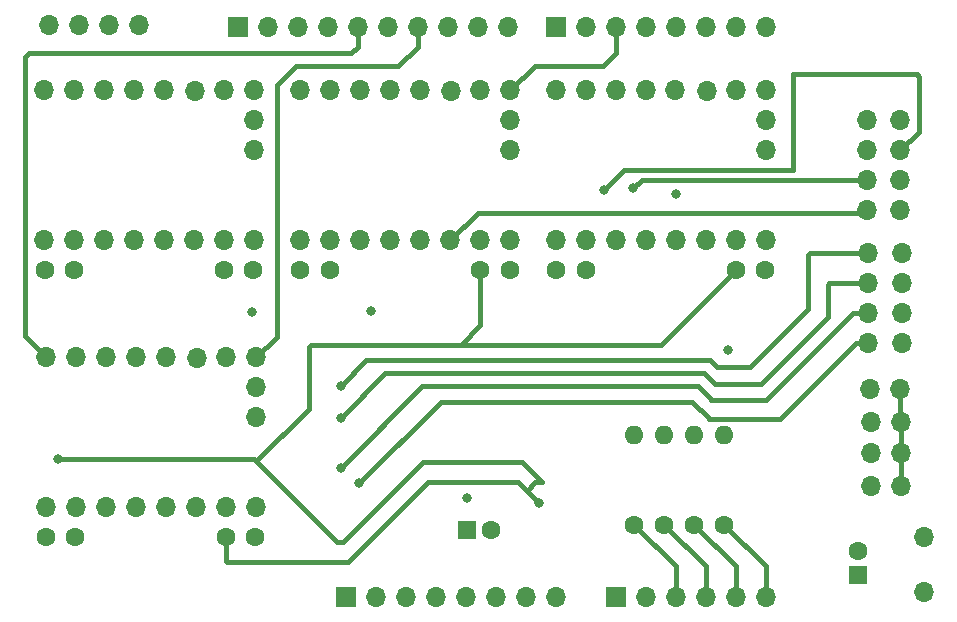
<source format=gbr>
%TF.GenerationSoftware,KiCad,Pcbnew,(6.0.6)*%
%TF.CreationDate,2022-07-08T17:21:04+08:00*%
%TF.ProjectId,Stepper,53746570-7065-4722-9e6b-696361645f70,rev?*%
%TF.SameCoordinates,Original*%
%TF.FileFunction,Copper,L2,Inr*%
%TF.FilePolarity,Positive*%
%FSLAX46Y46*%
G04 Gerber Fmt 4.6, Leading zero omitted, Abs format (unit mm)*
G04 Created by KiCad (PCBNEW (6.0.6)) date 2022-07-08 17:21:04*
%MOMM*%
%LPD*%
G01*
G04 APERTURE LIST*
%TA.AperFunction,ComponentPad*%
%ADD10R,1.700000X1.700000*%
%TD*%
%TA.AperFunction,ComponentPad*%
%ADD11O,1.700000X1.700000*%
%TD*%
%TA.AperFunction,ComponentPad*%
%ADD12C,1.600000*%
%TD*%
%TA.AperFunction,ComponentPad*%
%ADD13O,1.600000X1.600000*%
%TD*%
%TA.AperFunction,ComponentPad*%
%ADD14R,1.600000X1.600000*%
%TD*%
%TA.AperFunction,ViaPad*%
%ADD15C,0.800000*%
%TD*%
%TA.AperFunction,Conductor*%
%ADD16C,0.400000*%
%TD*%
G04 APERTURE END LIST*
D10*
%TO.N,unconnected-(J1-Pad1)*%
%TO.C,J1*%
X127940000Y-97460000D03*
D11*
%TO.N,/IOREF*%
X130480000Y-97460000D03*
%TO.N,/~{RESET}*%
X133020000Y-97460000D03*
%TO.N,+3V3*%
X135560000Y-97460000D03*
%TO.N,+5V*%
X138100000Y-97460000D03*
%TO.N,GND*%
X140640000Y-97460000D03*
X143180000Y-97460000D03*
%TO.N,VCC*%
X145720000Y-97460000D03*
%TD*%
D10*
%TO.N,/A0*%
%TO.C,J3*%
X150800000Y-97460000D03*
D11*
%TO.N,/A1*%
X153340000Y-97460000D03*
%TO.N,/A2*%
X155880000Y-97460000D03*
%TO.N,/A3*%
X158420000Y-97460000D03*
%TO.N,/SDA{slash}A4*%
X160960000Y-97460000D03*
%TO.N,/SCL{slash}A5*%
X163500000Y-97460000D03*
%TD*%
D10*
%TO.N,/SCL{slash}A5*%
%TO.C,J2*%
X118796000Y-49200000D03*
D11*
%TO.N,/SDA{slash}A4*%
X121336000Y-49200000D03*
%TO.N,/AREF*%
X123876000Y-49200000D03*
%TO.N,GND*%
X126416000Y-49200000D03*
%TO.N,/13*%
X128956000Y-49200000D03*
%TO.N,/12*%
X131496000Y-49200000D03*
%TO.N,/\u002A11*%
X134036000Y-49200000D03*
%TO.N,/\u002A10*%
X136576000Y-49200000D03*
%TO.N,/\u002A9*%
X139116000Y-49200000D03*
%TO.N,/8*%
X141656000Y-49200000D03*
%TD*%
D10*
%TO.N,/7*%
%TO.C,J4*%
X145720000Y-49200000D03*
D11*
%TO.N,/\u002A6*%
X148260000Y-49200000D03*
%TO.N,/\u002A5*%
X150800000Y-49200000D03*
%TO.N,/4*%
X153340000Y-49200000D03*
%TO.N,/\u002A3*%
X155880000Y-49200000D03*
%TO.N,/2*%
X158420000Y-49200000D03*
%TO.N,/TX{slash}1*%
X160960000Y-49200000D03*
%TO.N,/RX{slash}0*%
X163500000Y-49200000D03*
%TD*%
%TO.N,N/C*%
%TO.C,*%
X120200000Y-57040000D03*
%TD*%
%TO.N,N/C*%
%TO.C,*%
X134270000Y-67260000D03*
%TD*%
%TO.N,N/C*%
%TO.C,*%
X174900000Y-79860000D03*
%TD*%
%TO.N,N/C*%
%TO.C,*%
X134225799Y-54555827D03*
%TD*%
%TO.N,N/C*%
%TO.C,*%
X131730000Y-67260000D03*
%TD*%
%TO.N,N/C*%
%TO.C,*%
X104960000Y-67200000D03*
%TD*%
%TO.N,N/C*%
%TO.C,*%
X172360000Y-79860000D03*
%TD*%
%TO.N,N/C*%
%TO.C,*%
X117824201Y-77144173D03*
%TD*%
%TO.N,N/C*%
%TO.C,*%
X112700000Y-77140000D03*
%TD*%
%TO.N,N/C*%
%TO.C,*%
X158491710Y-54571710D03*
%TD*%
D12*
%TO.N,N/C*%
%TO.C,REF\u002A\u002A*%
X139350000Y-69800000D03*
X141850000Y-69800000D03*
%TD*%
D11*
%TO.N,N/C*%
%TO.C,*%
X117660000Y-67200000D03*
%TD*%
%TO.N,N/C*%
%TO.C,*%
X148260000Y-54500000D03*
%TD*%
%TO.N,N/C*%
%TO.C,*%
X175000000Y-75960000D03*
%TD*%
%TO.N,N/C*%
%TO.C,*%
X148260000Y-67200000D03*
%TD*%
%TO.N,N/C*%
%TO.C,*%
X172100000Y-59640000D03*
%TD*%
%TO.N,N/C*%
%TO.C,*%
X105124201Y-77144173D03*
%TD*%
%TO.N,N/C*%
%TO.C,*%
X120364201Y-82224173D03*
%TD*%
%TO.N,N/C*%
%TO.C,*%
X139350000Y-67260000D03*
%TD*%
%TO.N,N/C*%
%TO.C,*%
X120200000Y-54500000D03*
%TD*%
%TO.N,N/C*%
%TO.C,*%
X150800000Y-67200000D03*
%TD*%
%TO.N,N/C*%
%TO.C,*%
X172100000Y-57100000D03*
%TD*%
%TO.N,N/C*%
%TO.C,*%
X175000000Y-70880000D03*
%TD*%
%TO.N,N/C*%
%TO.C,*%
X145720000Y-67200000D03*
%TD*%
%TO.N,N/C*%
%TO.C,*%
X163500000Y-67200000D03*
%TD*%
%TO.N,N/C*%
%TO.C,*%
X175000000Y-73420000D03*
%TD*%
%TO.N,N/C*%
%TO.C,*%
X150800000Y-54500000D03*
%TD*%
%TO.N,N/C*%
%TO.C,*%
X163500000Y-59580000D03*
%TD*%
%TO.N,N/C*%
%TO.C,*%
X124110000Y-54560000D03*
%TD*%
%TO.N,N/C*%
%TO.C,*%
X120200000Y-59580000D03*
%TD*%
D12*
%TO.N,N/C*%
%TO.C,REF\u002A\u002A*%
X160960000Y-69740000D03*
X163460000Y-69740000D03*
%TD*%
%TO.N,N/C*%
%TO.C,REF\u002A\u002A*%
X160000000Y-91310000D03*
D13*
X160000000Y-83690000D03*
%TD*%
D11*
%TO.N,N/C*%
%TO.C,*%
X126650000Y-67260000D03*
%TD*%
%TO.N,N/C*%
%TO.C,*%
X115355911Y-77215883D03*
%TD*%
%TO.N,N/C*%
%TO.C,*%
X110040000Y-54500000D03*
%TD*%
%TO.N,N/C*%
%TO.C,*%
X115191710Y-54571710D03*
%TD*%
%TO.N,N/C*%
%TO.C,*%
X141890000Y-67260000D03*
%TD*%
%TO.N,N/C*%
%TO.C,*%
X102584201Y-77144173D03*
%TD*%
%TO.N,N/C*%
%TO.C,*%
X172380000Y-88060000D03*
%TD*%
%TO.N,N/C*%
%TO.C,*%
X172380000Y-85260000D03*
%TD*%
%TO.N,N/C*%
%TO.C,*%
X174900000Y-59640000D03*
%TD*%
%TO.N,N/C*%
%TO.C,*%
X107860000Y-49000000D03*
%TD*%
%TO.N,N/C*%
%TO.C,*%
X172100000Y-62180000D03*
%TD*%
%TO.N,N/C*%
%TO.C,*%
X129190000Y-67260000D03*
%TD*%
%TO.N,N/C*%
%TO.C,*%
X102584201Y-89844173D03*
%TD*%
%TO.N,N/C*%
%TO.C,*%
X160960000Y-67200000D03*
%TD*%
%TO.N,N/C*%
%TO.C,*%
X131730000Y-54560000D03*
%TD*%
D12*
%TO.N,N/C*%
%TO.C,R 10 K*%
X152380000Y-91310000D03*
D13*
X152380000Y-83690000D03*
%TD*%
D11*
%TO.N,N/C*%
%TO.C,*%
X105124201Y-89844173D03*
%TD*%
%TO.N,N/C*%
%TO.C,*%
X172200000Y-70900000D03*
%TD*%
%TO.N,N/C*%
%TO.C,*%
X153340000Y-67200000D03*
%TD*%
%TO.N,N/C*%
%TO.C,*%
X141890000Y-54560000D03*
%TD*%
%TO.N,N/C*%
%TO.C,*%
X120200000Y-67200000D03*
%TD*%
%TO.N,N/C*%
%TO.C,*%
X117824201Y-89844173D03*
%TD*%
D14*
%TO.N,N/C*%
%TO.C,REF\u002A\u002A*%
X138244888Y-91800000D03*
D12*
X140244888Y-91800000D03*
%TD*%
D11*
%TO.N,N/C*%
%TO.C,*%
X104960000Y-54500000D03*
%TD*%
D12*
%TO.N,N/C*%
%TO.C,REF\u002A\u002A*%
X154920000Y-91310000D03*
D13*
X154920000Y-83690000D03*
%TD*%
D11*
%TO.N,N/C*%
%TO.C,*%
X174920000Y-85260000D03*
%TD*%
%TO.N,N/C*%
%TO.C,*%
X102420000Y-54500000D03*
%TD*%
%TO.N,N/C*%
%TO.C,*%
X163500000Y-57040000D03*
%TD*%
%TO.N,N/C*%
%TO.C,*%
X172200000Y-68360000D03*
%TD*%
%TO.N,N/C*%
%TO.C,*%
X174900000Y-64720000D03*
%TD*%
%TO.N,N/C*%
%TO.C,*%
X136881710Y-54631710D03*
%TD*%
%TO.N,N/C*%
%TO.C,*%
X155880000Y-67200000D03*
%TD*%
%TO.N,N/C*%
%TO.C,*%
X174920000Y-88060000D03*
%TD*%
%TO.N,N/C*%
%TO.C,*%
X141890000Y-59640000D03*
%TD*%
D12*
%TO.N,N/C*%
%TO.C,REF\u002A\u002A*%
X157460000Y-91310000D03*
D13*
X157460000Y-83690000D03*
%TD*%
D11*
%TO.N,N/C*%
%TO.C,*%
X110040000Y-67200000D03*
%TD*%
%TO.N,N/C*%
%TO.C,*%
X136810000Y-67260000D03*
%TD*%
%TO.N,N/C*%
%TO.C,*%
X172200000Y-73440000D03*
%TD*%
%TO.N,N/C*%
%TO.C,*%
X174900000Y-57100000D03*
%TD*%
%TO.N,N/C*%
%TO.C,*%
X160960000Y-54500000D03*
%TD*%
%TO.N,N/C*%
%TO.C,*%
X115120000Y-67200000D03*
%TD*%
%TO.N,N/C*%
%TO.C,*%
X124110000Y-67260000D03*
%TD*%
%TO.N,N/C*%
%TO.C,*%
X120364201Y-89844173D03*
%TD*%
%TO.N,N/C*%
%TO.C,*%
X107664201Y-89844173D03*
%TD*%
%TO.N,N/C*%
%TO.C,*%
X129190000Y-54560000D03*
%TD*%
%TO.N,N/C*%
%TO.C,*%
X117660000Y-54500000D03*
%TD*%
%TO.N,N/C*%
%TO.C,*%
X155835799Y-54495827D03*
%TD*%
%TO.N,N/C*%
%TO.C,*%
X163500000Y-54500000D03*
%TD*%
%TO.N,N/C*%
%TO.C,*%
X174900000Y-62180000D03*
%TD*%
D12*
%TO.N,N/C*%
%TO.C,REF\u002A\u002A*%
X145760000Y-69740000D03*
X148260000Y-69740000D03*
%TD*%
D11*
%TO.N,GND*%
%TO.C,*%
X176900000Y-92400000D03*
%TD*%
%TO.N,N/C*%
%TO.C,*%
X115284201Y-89844173D03*
%TD*%
%TO.N,N/C*%
%TO.C,*%
X126650000Y-54560000D03*
%TD*%
D14*
%TO.N,N/C*%
%TO.C,C*%
X171300000Y-95555113D03*
D12*
X171300000Y-93555113D03*
%TD*%
D11*
%TO.N,N/C*%
%TO.C,*%
X112580000Y-67200000D03*
%TD*%
%TO.N,N/C*%
%TO.C,*%
X174920000Y-82660000D03*
%TD*%
D12*
%TO.N,N/C*%
%TO.C,REF\u002A\u002A*%
X124110000Y-69800000D03*
X126610000Y-69800000D03*
%TD*%
D11*
%TO.N,N/C*%
%TO.C,*%
X107500000Y-54500000D03*
%TD*%
%TO.N,N/C*%
%TO.C,*%
X110204201Y-77144173D03*
%TD*%
%TO.N,N/C*%
%TO.C,*%
X153340000Y-54500000D03*
%TD*%
%TO.N,VCC*%
%TO.C,*%
X176900000Y-97000000D03*
%TD*%
%TO.N,N/C*%
%TO.C,*%
X102420000Y-67200000D03*
%TD*%
%TO.N,N/C*%
%TO.C,*%
X110204201Y-89844173D03*
%TD*%
D12*
%TO.N,N/C*%
%TO.C,REF\u002A\u002A*%
X102540000Y-92380000D03*
X105040000Y-92380000D03*
%TD*%
D11*
%TO.N,N/C*%
%TO.C,*%
X172200000Y-75980000D03*
%TD*%
%TO.N,N/C*%
%TO.C,*%
X112744201Y-89844173D03*
%TD*%
%TO.N,N/C*%
%TO.C,*%
X107500000Y-67200000D03*
%TD*%
%TO.N,N/C*%
%TO.C,*%
X141890000Y-57100000D03*
%TD*%
%TO.N,N/C*%
%TO.C,*%
X172100000Y-64720000D03*
%TD*%
%TO.N,N/C*%
%TO.C,*%
X145720000Y-54500000D03*
%TD*%
%TO.N,N/C*%
%TO.C,*%
X120364201Y-79684173D03*
%TD*%
%TO.N,N/C*%
%TO.C,*%
X158420000Y-67200000D03*
%TD*%
D12*
%TO.N,N/C*%
%TO.C,REF\u002A\u002A*%
X117780000Y-92380000D03*
X120280000Y-92380000D03*
%TD*%
%TO.N,N/C*%
%TO.C,REF\u002A\u002A*%
X102446709Y-69771710D03*
X104946709Y-69771710D03*
%TD*%
D11*
%TO.N,N/C*%
%TO.C,*%
X110400000Y-49000000D03*
%TD*%
%TO.N,N/C*%
%TO.C,*%
X112535799Y-54495827D03*
%TD*%
%TO.N,N/C*%
%TO.C,*%
X175000000Y-68340000D03*
%TD*%
%TO.N,N/C*%
%TO.C,*%
X102780000Y-49000000D03*
%TD*%
%TO.N,N/C*%
%TO.C,*%
X120364201Y-77144173D03*
%TD*%
%TO.N,N/C*%
%TO.C,*%
X105320000Y-49000000D03*
%TD*%
%TO.N,N/C*%
%TO.C,*%
X172380000Y-82660000D03*
%TD*%
%TO.N,N/C*%
%TO.C,*%
X139350000Y-54560000D03*
%TD*%
%TO.N,N/C*%
%TO.C,*%
X107664201Y-77144173D03*
%TD*%
D12*
%TO.N,N/C*%
%TO.C,REF\u002A\u002A*%
X117615799Y-69740000D03*
X120115799Y-69740000D03*
%TD*%
D15*
%TO.N,*%
X144300000Y-89500000D03*
X127500000Y-86500000D03*
X152300000Y-62800000D03*
X129100000Y-87800000D03*
X160300000Y-76500000D03*
X120000000Y-73300000D03*
X155900000Y-63300000D03*
X130100000Y-73200000D03*
X149800000Y-63000000D03*
X127500000Y-79600000D03*
X127500000Y-82300000D03*
%TO.N,GND*%
X103600000Y-85800000D03*
%TO.N,+5V*%
X138200000Y-89100000D03*
%TD*%
D16*
%TO.N,+5V*%
X174920000Y-85260000D02*
X174920000Y-88060000D01*
X174920000Y-82660000D02*
X174920000Y-85260000D01*
X174900000Y-82640000D02*
X174920000Y-82660000D01*
X174900000Y-79860000D02*
X174900000Y-82640000D01*
%TO.N,/SCL{slash}A5*%
X163500000Y-94810000D02*
X160000000Y-91310000D01*
X163500000Y-97460000D02*
X163500000Y-94810000D01*
%TO.N,/SDA{slash}A4*%
X160960000Y-94810000D02*
X157460000Y-91310000D01*
X160960000Y-97460000D02*
X160960000Y-94810000D01*
%TO.N,/A3*%
X158420000Y-97460000D02*
X158420000Y-94810000D01*
X158420000Y-94810000D02*
X154920000Y-91310000D01*
%TO.N,/A2*%
X155880000Y-94810000D02*
X152380000Y-91310000D01*
X155880000Y-97460000D02*
X155880000Y-94810000D01*
%TO.N,*%
X158700000Y-82300000D02*
X158700000Y-82400000D01*
X149800000Y-63000000D02*
X151500000Y-61300000D01*
X151500000Y-61300000D02*
X165800000Y-61300000D01*
X170860000Y-73440000D02*
X172200000Y-73440000D01*
X159400000Y-78000000D02*
X162200000Y-78000000D01*
X165800000Y-61300000D02*
X165800000Y-53200000D01*
X164700000Y-82400000D02*
X171120000Y-75980000D01*
X158300000Y-78500000D02*
X159200000Y-79400000D01*
X168800000Y-73700000D02*
X168800000Y-71000000D01*
X158700000Y-82400000D02*
X164700000Y-82400000D01*
X157300000Y-80900000D02*
X158700000Y-82300000D01*
X127500000Y-86500000D02*
X134400000Y-79600000D01*
X176300000Y-53200000D02*
X176500000Y-53400000D01*
X139170000Y-64900000D02*
X171920000Y-64900000D01*
X172020000Y-62100000D02*
X172100000Y-62180000D01*
X134400000Y-79600000D02*
X157800000Y-79600000D01*
X153000000Y-62100000D02*
X172020000Y-62100000D01*
X168900000Y-70900000D02*
X172200000Y-70900000D01*
X127500000Y-82300000D02*
X131300000Y-78500000D01*
X158900000Y-80800000D02*
X163500000Y-80800000D01*
X165800000Y-53200000D02*
X176300000Y-53200000D01*
X158800000Y-77400000D02*
X159400000Y-78000000D01*
X168800000Y-71000000D02*
X168900000Y-70900000D01*
X159200000Y-79400000D02*
X163100000Y-79400000D01*
X163100000Y-79400000D02*
X168800000Y-73700000D01*
X171920000Y-64900000D02*
X172100000Y-64720000D01*
X136810000Y-67260000D02*
X139170000Y-64900000D01*
X163500000Y-80800000D02*
X170860000Y-73440000D01*
X127500000Y-79600000D02*
X129700000Y-77400000D01*
X129100000Y-87800000D02*
X136000000Y-80900000D01*
X131300000Y-78500000D02*
X158300000Y-78500000D01*
X171120000Y-75980000D02*
X172200000Y-75980000D01*
X176500000Y-53400000D02*
X176500000Y-58040000D01*
X167100000Y-68500000D02*
X167240000Y-68360000D01*
X152300000Y-62800000D02*
X153000000Y-62100000D01*
X167100000Y-73100000D02*
X167100000Y-68500000D01*
X158900000Y-80700000D02*
X158900000Y-80800000D01*
X167240000Y-68360000D02*
X172200000Y-68360000D01*
X129700000Y-77400000D02*
X158800000Y-77400000D01*
X162200000Y-78000000D02*
X167100000Y-73100000D01*
X157800000Y-79600000D02*
X158900000Y-80700000D01*
X176500000Y-58040000D02*
X174900000Y-59640000D01*
X136000000Y-80900000D02*
X157300000Y-80900000D01*
%TO.N,GND*%
X127700000Y-92800000D02*
X134500000Y-86000000D01*
X154600000Y-76100000D02*
X160960000Y-69740000D01*
X134500000Y-86000000D02*
X142900000Y-86000000D01*
X120350000Y-85950000D02*
X127200000Y-92800000D01*
X143250000Y-88450000D02*
X142500000Y-87700000D01*
X139350000Y-74450000D02*
X139350000Y-69800000D01*
X144300000Y-89500000D02*
X143250000Y-88450000D01*
X125000000Y-76100000D02*
X137700000Y-76100000D01*
X127200000Y-92800000D02*
X127700000Y-92800000D01*
X103600000Y-85800000D02*
X120200000Y-85800000D01*
X137700000Y-76100000D02*
X154600000Y-76100000D01*
X124800000Y-81500000D02*
X124800000Y-76300000D01*
X124800000Y-76300000D02*
X125000000Y-76100000D01*
X117900000Y-94500000D02*
X117780000Y-94380000D01*
X143250000Y-88450000D02*
X144000000Y-87700000D01*
X120200000Y-85800000D02*
X120350000Y-85950000D01*
X142900000Y-86000000D02*
X143400000Y-86500000D01*
X117780000Y-94380000D02*
X117780000Y-92380000D01*
X142500000Y-87700000D02*
X134900000Y-87700000D01*
X128100000Y-94500000D02*
X117900000Y-94500000D01*
X134900000Y-87700000D02*
X128100000Y-94500000D01*
X143400000Y-86500000D02*
X144600000Y-87700000D01*
X137700000Y-76100000D02*
X139350000Y-74450000D01*
X144000000Y-87700000D02*
X144600000Y-87700000D01*
X120350000Y-85950000D02*
X124800000Y-81500000D01*
%TO.N,/13*%
X101100000Y-51400000D02*
X120600000Y-51400000D01*
X102584201Y-77144173D02*
X100800000Y-75359972D01*
X128956000Y-50844000D02*
X128400000Y-51400000D01*
X100800000Y-75359972D02*
X100800000Y-51700000D01*
X128956000Y-49200000D02*
X128956000Y-50844000D01*
X128400000Y-51400000D02*
X120600000Y-51400000D01*
X100800000Y-51700000D02*
X101100000Y-51400000D01*
%TO.N,/\u002A11*%
X122000000Y-75500000D02*
X122100000Y-75400000D01*
X122100000Y-75400000D02*
X122100000Y-54100000D01*
X122000000Y-75508374D02*
X120364201Y-77144173D01*
X122100000Y-54100000D02*
X123700000Y-52500000D01*
X123700000Y-52500000D02*
X132400000Y-52500000D01*
X134036000Y-50864000D02*
X134036000Y-49200000D01*
X132400000Y-52500000D02*
X134036000Y-50864000D01*
X122000000Y-75500000D02*
X122000000Y-75508374D01*
%TO.N,/\u002A6*%
X126650000Y-54550000D02*
X126650000Y-54560000D01*
%TO.N,/\u002A5*%
X141890000Y-54560000D02*
X143950000Y-52500000D01*
X143950000Y-52500000D02*
X149700000Y-52500000D01*
X150800000Y-51400000D02*
X150800000Y-49200000D01*
X149700000Y-52500000D02*
X150800000Y-51400000D01*
%TD*%
M02*

</source>
